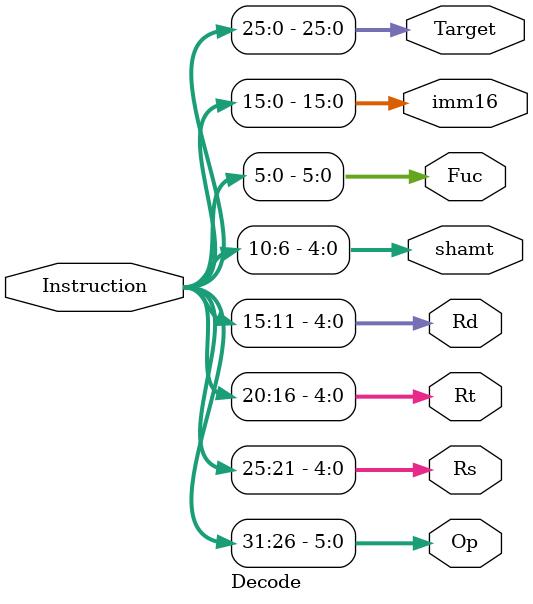
<source format=v>
module Decode (Instruction,Op,Rs,Rt,Rd,shamt,Fuc,imm16,Target);
	input [31:0] Instruction;
	output [31:26] Op;
	output [25:21] Rs;
	output [20:16] Rt;
	output [15:11] Rd;
	output [10:6] shamt;
	output [5:0] Fuc;
	output [15:0] imm16;
	output [25:0] Target;

	assign Op = Instruction[31:26];
	assign Rs = Instruction[25:21];
	assign Rt = Instruction[20:16];
	assign Rd = Instruction[15:11];
	assign shamt = Instruction[10:6];
	assign Fuc = Instruction[5:0];
	assign imm16 = Instruction[15:0];
	assign Target = Instruction[25:0];
	/*
	if(Op == 6'b000000)//R型指令
		begin
			assign Rs = Instruction[25:21];
			assign Rt = Instruction[20:16];
			assign Rd = Instruction[15:11];
			assign shamt = Instruction[10:6];
			assign Func = Instruction[5:0];
			assign imm16 = 16'bx;//为不定值
			assign Target = 26'bx;
		end
	else if(Op == 6'b000010 | 6'b000011)//I型指令
		begin
			assign Rs = Instruction[25:21];
			assign Rt = Instruction[20:16];
			assign Rd = 5'bx;
			assign shamt = 5'bx;
			assign Func = 6'bx;
			assign imm16 = Instruction[15:0];//为不定值
			assign Target = 26'bx;
		end
	else
		begin
			assign Rs = 5'bx;
			assign Rt = 5'bx;
			assign Rd = 5'bx;
			assign shamt = 5'bx;
			assign Func = 6'bx;
			assign imm16 = 16'bx;//为不定值
			assign Target = Instruction[25:0];
		end
		*/
endmodule
</source>
